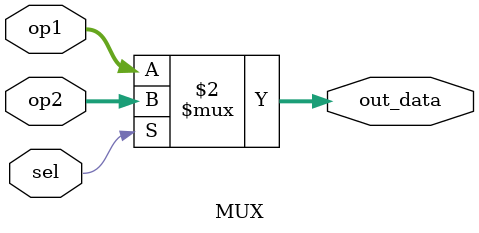
<source format=v>
`timescale 1ns / 1ps


module MUX(
    input [31:0] op1,
    input [31:0] op2,
    input sel,
    output [31:0] out_data
    );
    
    assign out_data = (sel == 0) ? op1 : op2;
    
endmodule

</source>
